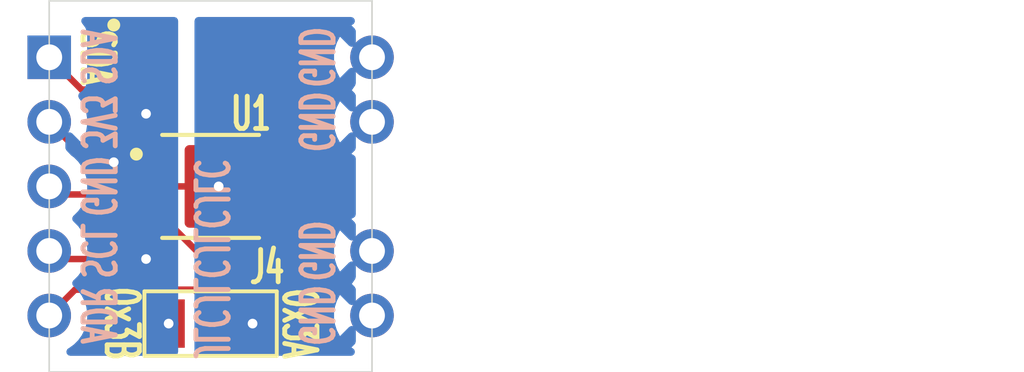
<source format=kicad_pcb>
(kicad_pcb (version 20241229) (generator "pcbnew") (generator_version "9.0")
  (layers (0 "F.Cu" signal) (2 "B.Cu" signal) (13 "F.Paste" user) (15 "B.Paste" user) (5 "F.SilkS" user "F.Silkscreen") (7 "B.SilkS" user "B.Silkscreen") (1 "F.Mask" user) (3 "B.Mask" user) (25 "Edge.Cuts" user))
  (net 0 "")
  (net 1 "+3V3")
  (net 2 "GND")
  (net 3 "/SDA")
  (net 4 "/ADDR")
  (net 5 "/SCL")
  (footprint "MLX90632:IC_MLX90632SLD-BCB-000-RE" (layer "F.Cu") (at 30 30.5)
    (property "Reference" "U1" (at 1.25 -2.25 0) (layer "F.SilkS") (effects (font (size 1 0.6) (thickness 0.15) (bold yes))))
    (property "Value" "MLX90632SLD-BCB-000-RE")
    (fp_line (start -1.5 1.595) (end 1.5 1.595) (stroke (width 0.127)) (layer "F.SilkS"))
    (fp_line (start 1.5 -1.595) (end -1.5 -1.595) (stroke (width 0.127)) (layer "F.SilkS"))
    (fp_circle (center -2.3 -1) (end -2.2 -1) (stroke (width 0.2)) (fill no) (layer "F.SilkS"))
    (pad "1" smd custom (at -1.25 -1) (size 0.1 0.1) (layers "F.Cu") (net 3 "/SDA") (options (clearance outline) (anchor rect)) (primitives (gr_poly (pts (xy -0.15 -0.125) (xy -0.15 0.125) (xy 0.025 0.125) (xy 0.032 0.125) (xy 0.038 0.124) (xy 0.045 0.123) (xy 0.051 0.122) (xy 0.057 0.121) (xy 0.064 0.119) (xy 0.07 0.117) (xy 0.076 0.114) (xy 0.082 0.111) (xy 0.087 0.108) (xy 0.093 0.105) (xy 0.098 0.101) (xy 0.104 0.097) (xy 0.109 0.093) (xy 0.113 0.088) (xy 0.118 0.084) (xy 0.122 0.079) (xy 0.126 0.073) (xy 0.13 0.068) (xy 0.133 0.062) (xy 0.136 0.057) (xy 0.139 0.051) (xy 0.142 0.045) (xy 0.144 0.039) (xy 0.146 0.032) (xy 0.147 0.026) (xy 0.148 0.02) (xy 0.149 0.013) (xy 0.15 0.007) (xy 0.15 0) (xy 0.15 -0.007) (xy 0.149 -0.013) (xy 0.148 -0.02) (xy 0.147 -0.026) (xy 0.146 -0.032) (xy 0.144 -0.039) (xy 0.142 -0.045) (xy 0.139 -0.051) (xy 0.136 -0.057) (xy 0.133 -0.063) (xy 0.13 -0.068) (xy 0.126 -0.073) (xy 0.122 -0.079) (xy 0.118 -0.084) (xy 0.113 -0.088) (xy 0.109 -0.093) (xy 0.104 -0.097) (xy 0.098 -0.101) (xy 0.093 -0.105) (xy 0.087 -0.108) (xy 0.082 -0.111) (xy 0.076 -0.114) (xy 0.07 -0.117) (xy 0.064 -0.119) (xy 0.057 -0.121) (xy 0.051 -0.122) (xy 0.045 -0.123) (xy 0.038 -0.124) (xy 0.032 -0.125) (xy 0.025 -0.125) (xy -0.15 -0.125)) (width 0.01) (fill yes))))
    (pad "2" smd custom (at -1.25 -0.5) (size 0.1 0.1) (layers "F.Cu") (net 1 "+3V3") (options (clearance outline) (anchor rect)) (primitives (gr_poly (pts (xy -0.15 -0.125) (xy -0.15 0.125) (xy 0.025 0.125) (xy 0.032 0.125) (xy 0.038 0.124) (xy 0.045 0.123) (xy 0.051 0.122) (xy 0.057 0.121) (xy 0.064 0.119) (xy 0.07 0.117) (xy 0.076 0.114) (xy 0.082 0.111) (xy 0.087 0.108) (xy 0.093 0.105) (xy 0.098 0.101) (xy 0.104 0.097) (xy 0.109 0.093) (xy 0.113 0.088) (xy 0.118 0.084) (xy 0.122 0.079) (xy 0.126 0.073) (xy 0.13 0.068) (xy 0.133 0.062) (xy 0.136 0.057) (xy 0.139 0.051) (xy 0.142 0.045) (xy 0.144 0.039) (xy 0.146 0.032) (xy 0.147 0.026) (xy 0.148 0.02) (xy 0.149 0.013) (xy 0.15 0.007) (xy 0.15 0) (xy 0.15 -0.007) (xy 0.149 -0.013) (xy 0.148 -0.02) (xy 0.147 -0.026) (xy 0.146 -0.032) (xy 0.144 -0.039) (xy 0.142 -0.045) (xy 0.139 -0.051) (xy 0.136 -0.057) (xy 0.133 -0.063) (xy 0.13 -0.068) (xy 0.126 -0.073) (xy 0.122 -0.079) (xy 0.118 -0.084) (xy 0.113 -0.088) (xy 0.109 -0.093) (xy 0.104 -0.097) (xy 0.098 -0.101) (xy 0.093 -0.105) (xy 0.087 -0.108) (xy 0.082 -0.111) (xy 0.076 -0.114) (xy 0.07 -0.117) (xy 0.064 -0.119) (xy 0.057 -0.121) (xy 0.051 -0.122) (xy 0.045 -0.123) (xy 0.038 -0.124) (xy 0.032 -0.125) (xy 0.025 -0.125) (xy -0.15 -0.125)) (width 0.01) (fill yes))))
    (pad "3" smd custom (at -1.25 0) (size 0.1 0.1) (layers "F.Cu") (net 2 "GND") (options (clearance outline) (anchor rect)) (primitives (gr_poly (pts (xy -0.15 -0.125) (xy -0.15 0.125) (xy 0.025 0.125) (xy 0.032 0.125) (xy 0.038 0.124) (xy 0.045 0.123) (xy 0.051 0.122) (xy 0.057 0.121) (xy 0.064 0.119) (xy 0.07 0.117) (xy 0.076 0.114) (xy 0.082 0.111) (xy 0.087 0.108) (xy 0.093 0.105) (xy 0.098 0.101) (xy 0.104 0.097) (xy 0.109 0.093) (xy 0.113 0.088) (xy 0.118 0.084) (xy 0.122 0.079) (xy 0.126 0.073) (xy 0.13 0.068) (xy 0.133 0.062) (xy 0.136 0.057) (xy 0.139 0.051) (xy 0.142 0.045) (xy 0.144 0.039) (xy 0.146 0.032) (xy 0.147 0.026) (xy 0.148 0.02) (xy 0.149 0.013) (xy 0.15 0.007) (xy 0.15 0) (xy 0.15 -0.007) (xy 0.149 -0.013) (xy 0.148 -0.02) (xy 0.147 -0.026) (xy 0.146 -0.032) (xy 0.144 -0.039) (xy 0.142 -0.045) (xy 0.139 -0.051) (xy 0.136 -0.057) (xy 0.133 -0.062) (xy 0.13 -0.068) (xy 0.126 -0.073) (xy 0.122 -0.079) (xy 0.118 -0.084) (xy 0.113 -0.088) (xy 0.109 -0.093) (xy 0.104 -0.097) (xy 0.098 -0.101) (xy 0.093 -0.105) (xy 0.087 -0.108) (xy 0.082 -0.111) (xy 0.076 -0.114) (xy 0.07 -0.117) (xy 0.064 -0.119) (xy 0.057 -0.121) (xy 0.051 -0.122) (xy 0.045 -0.123) (xy 0.038 -0.124) (xy 0.032 -0.125) (xy 0.025 -0.125) (xy -0.15 -0.125)) (width 0.01) (fill yes))))
    (pad "4" smd custom (at -1.25 0.5) (size 0.1 0.1) (layers "F.Cu") (net 5 "/SCL") (options (clearance outline) (anchor rect)) (primitives (gr_poly (pts (xy -0.15 -0.125) (xy -0.15 0.125) (xy 0.025 0.125) (xy 0.032 0.125) (xy 0.038 0.124) (xy 0.045 0.123) (xy 0.051 0.122) (xy 0.057 0.121) (xy 0.064 0.119) (xy 0.07 0.117) (xy 0.076 0.114) (xy 0.082 0.111) (xy 0.087 0.108) (xy 0.093 0.105) (xy 0.098 0.101) (xy 0.104 0.097) (xy 0.109 0.093) (xy 0.113 0.088) (xy 0.118 0.084) (xy 0.122 0.079) (xy 0.126 0.073) (xy 0.13 0.068) (xy 0.133 0.063) (xy 0.136 0.057) (xy 0.139 0.051) (xy 0.142 0.045) (xy 0.144 0.039) (xy 0.146 0.032) (xy 0.147 0.026) (xy 0.148 0.02) (xy 0.149 0.013) (xy 0.15 0.007) (xy 0.15 0) (xy 0.15 -0.007) (xy 0.149 -0.013) (xy 0.148 -0.02) (xy 0.147 -0.026) (xy 0.146 -0.032) (xy 0.144 -0.039) (xy 0.142 -0.045) (xy 0.139 -0.051) (xy 0.136 -0.057) (xy 0.133 -0.062) (xy 0.13 -0.068) (xy 0.126 -0.073) (xy 0.122 -0.079) (xy 0.118 -0.084) (xy 0.113 -0.088) (xy 0.109 -0.093) (xy 0.104 -0.097) (xy 0.098 -0.101) (xy 0.093 -0.105) (xy 0.087 -0.108) (xy 0.082 -0.111) (xy 0.076 -0.114) (xy 0.07 -0.117) (xy 0.064 -0.119) (xy 0.057 -0.121) (xy 0.051 -0.122) (xy 0.045 -0.123) (xy 0.038 -0.124) (xy 0.032 -0.125) (xy 0.025 -0.125) (xy -0.15 -0.125)) (width 0.01) (fill yes))))
    (pad "5" smd custom (at -1.25 1) (size 0.1 0.1) (layers "F.Cu") (net 4 "/ADDR") (options (clearance outline) (anchor rect)) (primitives (gr_poly (pts (xy -0.15 -0.125) (xy -0.15 0.125) (xy 0.025 0.125) (xy 0.032 0.125) (xy 0.038 0.124) (xy 0.045 0.123) (xy 0.051 0.122) (xy 0.057 0.121) (xy 0.064 0.119) (xy 0.07 0.117) (xy 0.076 0.114) (xy 0.082 0.111) (xy 0.087 0.108) (xy 0.093 0.105) (xy 0.098 0.101) (xy 0.104 0.097) (xy 0.109 0.093) (xy 0.113 0.088) (xy 0.118 0.084) (xy 0.122 0.079) (xy 0.126 0.073) (xy 0.13 0.068) (xy 0.133 0.063) (xy 0.136 0.057) (xy 0.139 0.051) (xy 0.142 0.045) (xy 0.144 0.039) (xy 0.146 0.032) (xy 0.147 0.026) (xy 0.148 0.02) (xy 0.149 0.013) (xy 0.15 0.007) (xy 0.15 0) (xy 0.15 -0.007) (xy 0.149 -0.013) (xy 0.148 -0.02) (xy 0.147 -0.026) (xy 0.146 -0.032) (xy 0.144 -0.039) (xy 0.142 -0.045) (xy 0.139 -0.051) (xy 0.136 -0.057) (xy 0.133 -0.062) (xy 0.13 -0.068) (xy 0.126 -0.073) (xy 0.122 -0.079) (xy 0.118 -0.084) (xy 0.113 -0.088) (xy 0.109 -0.093) (xy 0.104 -0.097) (xy 0.098 -0.101) (xy 0.093 -0.105) (xy 0.087 -0.108) (xy 0.082 -0.111) (xy 0.076 -0.114) (xy 0.07 -0.117) (xy 0.064 -0.119) (xy 0.057 -0.121) (xy 0.051 -0.122) (xy 0.045 -0.123) (xy 0.038 -0.124) (xy 0.032 -0.125) (xy 0.025 -0.125) (xy -0.15 -0.125)) (width 0.01) (fill yes))))
    (pad "6" smd custom (at 0.25 0) (size 0.1 0.1) (layers "F.Cu") (net 2 "GND") (options (clearance outline) (anchor rect)) (primitives (gr_poly (pts (xy -1.05 -1.125) (xy -1.05 -1.133) (xy -1.049 -1.141) (xy -1.048 -1.148) (xy -1.047 -1.156) (xy -1.045 -1.164) (xy -1.043 -1.171) (xy -1.04 -1.179) (xy -1.037 -1.186) (xy -1.034 -1.193) (xy -1.03 -1.2) (xy -1.026 -1.207) (xy -1.021 -1.213) (xy -1.017 -1.219) (xy -1.011 -1.225) (xy -1.006 -1.231) (xy -1 -1.236) (xy -0.994 -1.242) (xy -0.988 -1.246) (xy -0.982 -1.251) (xy -0.975 -1.255) (xy -0.968 -1.259) (xy -0.961 -1.262) (xy -0.954 -1.265) (xy -0.946 -1.268) (xy -0.939 -1.27) (xy -0.931 -1.272) (xy -0.923 -1.273) (xy -0.916 -1.274) (xy -0.908 -1.275) (xy -0.9 -1.275) (xy 0.9 -1.275) (xy 0.908 -1.275) (xy 0.916 -1.274) (xy 0.923 -1.273) (xy 0.931 -1.272) (xy 0.939 -1.27) (xy 0.946 -1.268) (xy 0.954 -1.265) (xy 0.961 -1.262) (xy 0.968 -1.259) (xy 0.975 -1.255) (xy 0.982 -1.251) (xy 0.988 -1.246) (xy 0.994 -1.242) (xy 1 -1.236) (xy 1.006 -1.231) (xy 1.011 -1.225) (xy 1.017 -1.219) (xy 1.021 -1.213) (xy 1.026 -1.207) (xy 1.03 -1.2) (xy 1.034 -1.193) (xy 1.037 -1.186) (xy 1.04 -1.179) (xy 1.043 -1.171) (xy 1.045 -1.164) (xy 1.047 -1.156) (xy 1.048 -1.148) (xy 1.049 -1.141) (xy 1.05 -1.133) (xy 1.05 -1.125) (xy 1.05 1.125) (xy 1.05 1.133) (xy 1.049 1.141) (xy 1.048 1.148) (xy 1.047 1.156) (xy 1.045 1.164) (xy 1.043 1.171) (xy 1.04 1.179) (xy 1.037 1.186) (xy 1.034 1.193) (xy 1.03 1.2) (xy 1.026 1.207) (xy 1.021 1.213) (xy 1.017 1.219) (xy 1.011 1.225) (xy 1.006 1.231) (xy 1 1.236) (xy 0.994 1.242) (xy 0.988 1.246) (xy 0.982 1.251) (xy 0.975 1.255) (xy 0.968 1.259) (xy 0.961 1.262) (xy 0.954 1.265) (xy 0.946 1.268) (xy 0.939 1.27) (xy 0.931 1.272) (xy 0.923 1.273) (xy 0.916 1.274) (xy 0.908 1.275) (xy 0.9 1.275) (xy -0.9 1.275) (xy -0.908 1.275) (xy -0.916 1.274) (xy -0.923 1.273) (xy -0.931 1.272) (xy -0.939 1.27) (xy -0.946 1.268) (xy -0.954 1.265) (xy -0.961 1.262) (xy -0.968 1.259) (xy -0.975 1.255) (xy -0.982 1.251) (xy -0.988 1.246) (xy -0.994 1.242) (xy -1 1.236) (xy -1.006 1.231) (xy -1.011 1.225) (xy -1.017 1.219) (xy -1.021 1.213) (xy -1.026 1.207) (xy -1.03 1.2) (xy -1.034 1.193) (xy -1.037 1.186) (xy -1.04 1.179) (xy -1.043 1.171) (xy -1.045 1.164) (xy -1.047 1.156) (xy -1.048 1.148) (xy -1.049 1.141) (xy -1.05 1.133) (xy -1.05 1.125) (xy -1.05 -1.125)) (width 0.01) (fill yes))))
  )
  (footprint "Jumper:SolderJumper-3_P1.3mm_Open_Pad1.0x1.5mm_NumberLabels" (layer "F.Cu") (at 30 34.75)
    (property "Reference" "J4" (at 1.75 -1.75 0) (layer "F.SilkS") (effects (font (size 1 0.6) (thickness 0.15) (bold yes))))
    (property "Value" "Conn_01x03" (hide yes))
    (fp_line (start -2.05 -1) (end 2.05 -1) (stroke (width 0.12)) (layer "F.SilkS"))
    (fp_line (start -2.05 1) (end -2.05 -1) (stroke (width 0.12)) (layer "F.SilkS"))
    (fp_line (start 2.05 -1) (end 2.05 1) (stroke (width 0.12)) (layer "F.SilkS"))
    (fp_line (start 2.05 1) (end -2.05 1) (stroke (width 0.12)) (layer "F.SilkS"))
    (pad "1" smd rect (at -1.3 0) (size 1 1.5) (layers "F.Cu" "F.Mask") (net 1 "+3V3"))
    (pad "2" smd rect (at 0 0) (size 1 1.5) (layers "F.Cu" "F.Mask") (net 4 "/ADDR"))
    (pad "3" smd rect (at 1.3 0) (size 1 1.5) (layers "F.Cu" "F.Mask") (net 2 "GND"))
  )
  (footprint "PCM_JLCPCB:R_0402" (layer "F.Cu") (at 27.5 28.25 180)
    (property "Reference" "R1" (hide yes))
    (property "Value" "1kΩ" (hide yes))
    (pad "1" smd roundrect (at -0.5 0 180) (size 0.56 0.62) (layers "F.Cu" "F.Mask" "F.Paste") (net 1 "+3V3"))
    (pad "2" smd roundrect (at 0.5 0 180) (size 0.56 0.62) (layers "F.Cu" "F.Mask" "F.Paste") (net 3 "/SDA"))
  )
  (footprint "PCM_JLCPCB:R_0402" (layer "F.Cu") (at 27.5 32.75 180)
    (property "Reference" "R2" (hide yes))
    (property "Value" "1kΩ" (hide yes))
    (pad "1" smd roundrect (at -0.5 0 180) (size 0.56 0.62) (layers "F.Cu" "F.Mask" "F.Paste") (net 1 "+3V3"))
    (pad "2" smd roundrect (at 0.5 0 180) (size 0.56 0.62) (layers "F.Cu" "F.Mask" "F.Paste") (net 5 "/SCL"))
  )
  (footprint "Connector_PinHeader_2.00mm:PinHeader_1x02_P2.00mm_Vertical" (layer "F.Cu") (at 35 26.5)
    (property "Reference" "J2" (hide yes))
    (property "Value" "Conn_01x02" (hide yes))
    (pad "1" thru_hole circle (at 0 0) (size 1.35 1.35) (drill 0.8) (layers "*.Cu" "*.Mask") (net 2 "GND"))
    (pad "2" thru_hole circle (at 0 2) (size 1.35 1.35) (drill 0.8) (layers "*.Cu" "*.Mask") (net 2 "GND"))
  )
  (footprint "Connector_PinHeader_2.00mm:PinHeader_1x05_P2.00mm_Vertical" (layer "F.Cu") (at 25 26.5)
    (property "Reference" "J1" (hide yes))
    (property "Value" "Conn_01x05" (hide yes))
    (pad "1" thru_hole rect (at 0 0) (size 1.35 1.35) (drill 0.8) (layers "*.Cu" "*.Mask") (net 3 "/SDA"))
    (pad "2" thru_hole circle (at 0 2) (size 1.35 1.35) (drill 0.8) (layers "*.Cu" "*.Mask") (net 1 "+3V3"))
    (pad "3" thru_hole circle (at 0 4) (size 1.35 1.35) (drill 0.8) (layers "*.Cu" "*.Mask") (net 2 "GND"))
    (pad "4" thru_hole circle (at 0 6) (size 1.35 1.35) (drill 0.8) (layers "*.Cu" "*.Mask") (net 5 "/SCL"))
    (pad "5" thru_hole circle (at 0 8) (size 1.35 1.35) (drill 0.8) (layers "*.Cu" "*.Mask") (net 4 "/ADDR"))
  )
  (footprint "Connector_PinHeader_2.00mm:PinHeader_1x02_P2.00mm_Vertical" (layer "F.Cu") (at 35 32.5)
    (property "Reference" "J3" (hide yes))
    (property "Value" "Conn_01x02" (hide yes))
    (pad "1" thru_hole circle (at 0 0) (size 1.35 1.35) (drill 0.8) (layers "*.Cu" "*.Mask") (net 2 "GND"))
    (pad "2" thru_hole circle (at 0 2) (size 1.35 1.35) (drill 0.8) (layers "*.Cu" "*.Mask") (net 2 "GND"))
  )
  (footprint "PCM_JLCPCB:C_0402" (layer "F.Cu") (at 27 30.25 -90)
    (property "Reference" "C1" (hide yes))
    (property "Value" "10nF")
    (pad "1" smd roundrect (at -0.5 0 270) (size 0.56 0.62) (layers "F.Cu" "F.Mask" "F.Paste") (net 1 "+3V3"))
    (pad "2" smd roundrect (at 0.5 0 270) (size 0.56 0.62) (layers "F.Cu" "F.Mask" "F.Paste") (net 2 "GND"))
  )
  (gr_circle (center 27 25.5) (end 27.1 25.5) (stroke (width 0.2)) (fill no) (layer "F.SilkS"))
  (gr_line (start 25 24.75) (end 35 24.75) (stroke (width 0.05)) (layer "Edge.Cuts"))
  (gr_line (start 35 24.75) (end 35 36.25) (stroke (width 0.05)) (layer "Edge.Cuts"))
  (gr_line (start 35 36.25) (end 25 36.25) (stroke (width 0.05)) (layer "Edge.Cuts"))
  (gr_line (start 25 24.75) (end 25 36.25) (stroke (width 0.05)) (layer "Edge.Cuts"))
  (gr_text "0x3A" (at 32.75 34.75 270) (layer "F.SilkS") (effects (font (size 1 0.6) (thickness 0.15) (bold yes))))
  (gr_text "SDA" (at 26.5 26.5 270) (layer "F.SilkS") (effects (font (size 1 0.6) (thickness 0.15) (bold yes))))
  (gr_text "0x3B" (at 27.25 34.75 270) (layer "F.SilkS") (effects (font (size 1 0.6) (thickness 0.15) (bold yes))))
  (gr_text "GND" (at 33.25 26.5 270) (layer "B.SilkS") (effects (font (size 1 0.6) (thickness 0.15) (bold yes)) (justify mirror)))
  (gr_text "SDA" (at 26.5 26.5 270) (layer "B.SilkS") (effects (font (size 1 0.6) (thickness 0.15) (bold yes)) (justify mirror)))
  (gr_text "3V3" (at 26.5 28.5 270) (layer "B.SilkS") (effects (font (size 1 0.6) (thickness 0.15) (bold yes)) (justify mirror)))
  (gr_text "SCL" (at 26.5 32.5 270) (layer "B.SilkS") (effects (font (size 1 0.6) (thickness 0.15) (bold yes)) (justify mirror)))
  (gr_text "GND" (at 33.25 32.5 270) (layer "B.SilkS") (effects (font (size 1 0.6) (thickness 0.15) (bold yes)) (justify mirror)))
  (gr_text "GND" (at 26.5 30.5 270) (layer "B.SilkS") (effects (font (size 1 0.6) (thickness 0.15) (bold yes)) (justify mirror)))
  (gr_text "ADR" (at 26.5 34.5 270) (layer "B.SilkS") (effects (font (size 1 0.6) (thickness 0.15) (bold yes)) (justify mirror)))
  (gr_text "JLCJLCJLCJLC" (at 30 32.75 270) (layer "B.SilkS") (effects (font (size 1 0.6) (thickness 0.15) (bold yes)) (justify mirror)))
  (gr_text "GND" (at 33.25 34.5 270) (layer "B.SilkS") (effects (font (size 1 0.6) (thickness 0.15) (bold yes)) (justify mirror)))
  (gr_text "GND" (at 33.25 28.5 270) (layer "B.SilkS") (effects (font (size 1 0.6) (thickness 0.15) (bold yes)) (justify mirror)))
  (segment (start 28.75 30) (end 27.25 30) (width 0.2) (layer "F.Cu") (net 1))
  (segment (start 27.25 30) (end 27 29.75) (width 0.2) (layer "F.Cu") (net 1))
  (segment (start 26.25 29.75) (end 25.401 28.901) (width 0.2) (layer "F.Cu") (net 1))
  (segment (start 25.401 28.901) (end 25.401 28.5) (width 0.2) (layer "F.Cu") (net 1))
  (segment (start 27 29.75) (end 26.25 29.75) (width 0.2) (layer "F.Cu") (net 1))
  (via (at 28 32.75) (size 0.6) (drill 0.3) (layers "F.Cu" "B.Cu") (net 1))
  (via (at 28 28.25) (size 0.6) (drill 0.3) (layers "F.Cu" "B.Cu") (net 1))
  (via (at 27 29.75) (size 0.6) (drill 0.3) (layers "F.Cu" "B.Cu") (net 1))
  (via (at 28.7 34.75) (size 0.6) (drill 0.3) (layers "F.Cu" "B.Cu") (net 1))
  (segment (start 27.25 30.5) (end 27 30.75) (width 0.2) (layer "F.Cu") (net 2))
  (segment (start 27 30.75) (end 25.401 30.75) (width 0.2) (layer "F.Cu") (net 2))
  (segment (start 25.401 30.75) (end 25.401 30.5) (width 0.2) (layer "F.Cu") (net 2))
  (segment (start 30.25 30.5) (end 28.75 30.5) (width 0.2) (layer "F.Cu") (net 2))
  (segment (start 28.75 30.5) (end 27.25 30.5) (width 0.2) (layer "F.Cu") (net 2))
  (via (at 31.3 34.75) (size 0.6) (drill 0.3) (layers "F.Cu" "B.Cu") (net 2))
  (via (at 30.25 30.5) (size 0.6) (drill 0.3) (layers "F.Cu" "B.Cu") (net 2))
  (segment (start 26.25 27.5) (end 26 27.5) (width 0.2) (layer "F.Cu") (net 3))
  (segment (start 26 27.5) (end 25.401 26.901) (width 0.2) (layer "F.Cu") (net 3))
  (segment (start 25.401 26.901) (end 25.401 26.5) (width 0.2) (layer "F.Cu") (net 3))
  (segment (start 27 28.25) (end 26.25 27.5) (width 0.2) (layer "F.Cu") (net 3))
  (segment (start 28.75 29.5) (end 28.25 29.5) (width 0.2) (layer "F.Cu") (net 3))
  (segment (start 28.25 29.5) (end 27 28.25) (width 0.2) (layer "F.Cu") (net 3))
  (segment (start 29.501 33.699) (end 25.801 33.699) (width 0.2) (layer "F.Cu") (net 4))
  (segment (start 28.75 31.5) (end 28.75 31.683834) (width 0.2) (layer "F.Cu") (net 4))
  (segment (start 28.75 31.683834) (end 30 32.933834) (width 0.2) (layer "F.Cu") (net 4))
  (segment (start 25.801 33.699) (end 25.401 34.099) (width 0.2) (layer "F.Cu") (net 4))
  (segment (start 30 34.198) (end 29.501 33.699) (width 0.2) (layer "F.Cu") (net 4))
  (segment (start 30 34.75) (end 30 34.198) (width 0.2) (layer "F.Cu") (net 4))
  (segment (start 30 32.933834) (end 30 34.75) (width 0.2) (layer "F.Cu") (net 4))
  (segment (start 28.75 31) (end 28.5 31) (width 0.2) (layer "F.Cu") (net 5))
  (segment (start 27 32.5) (end 27 32.75) (width 0.2) (layer "F.Cu") (net 5))
  (segment (start 27 32.75) (end 25.401 32.75) (width 0.2) (layer "F.Cu") (net 5))
  (segment (start 25.401 32.75) (end 25.401 32.5) (width 0.2) (layer "F.Cu") (net 5))
  (segment (start 28.5 31) (end 27 32.5) (width 0.2) (layer "F.Cu") (net 5))
  (zone (net 2) (net_name "GND") (layer "B.Cu") (priority 1) (connect_pads (clearance 0.5)) (min_thickness 0.25) (fill yes (thermal_gap 0.5) (thermal_bridge_width 0.5))
    (polygon (pts (xy 29.5 36) (xy 35 36) (xy 35 25) (xy 29.5 25)))
  )
  (zone (net 1) (net_name "+3V3") (layer "B.Cu") (connect_pads (clearance 0.5)) (min_thickness 0.25) (fill yes (thermal_gap 0.5) (thermal_bridge_width 0.5))
    (polygon (pts (xy 29.25 36) (xy 25 36) (xy 25 25) (xy 29.25 25)))
  )
)
</source>
